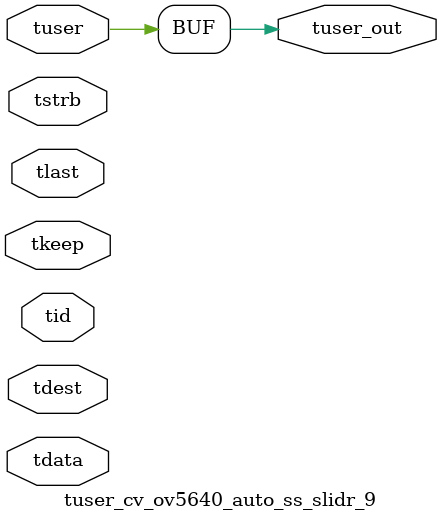
<source format=v>


`timescale 1ps/1ps

module tuser_cv_ov5640_auto_ss_slidr_9 #
(
parameter C_S_AXIS_TUSER_WIDTH = 1,
parameter C_S_AXIS_TDATA_WIDTH = 32,
parameter C_S_AXIS_TID_WIDTH   = 0,
parameter C_S_AXIS_TDEST_WIDTH = 0,
parameter C_M_AXIS_TUSER_WIDTH = 1
)
(
input  [(C_S_AXIS_TUSER_WIDTH == 0 ? 1 : C_S_AXIS_TUSER_WIDTH)-1:0     ] tuser,
input  [(C_S_AXIS_TDATA_WIDTH == 0 ? 1 : C_S_AXIS_TDATA_WIDTH)-1:0     ] tdata,
input  [(C_S_AXIS_TID_WIDTH   == 0 ? 1 : C_S_AXIS_TID_WIDTH)-1:0       ] tid,
input  [(C_S_AXIS_TDEST_WIDTH == 0 ? 1 : C_S_AXIS_TDEST_WIDTH)-1:0     ] tdest,
input  [(C_S_AXIS_TDATA_WIDTH/8)-1:0 ] tkeep,
input  [(C_S_AXIS_TDATA_WIDTH/8)-1:0 ] tstrb,
input                                                                    tlast,
output [C_M_AXIS_TUSER_WIDTH-1:0] tuser_out
);

assign tuser_out = {tuser[0:0]};

endmodule


</source>
